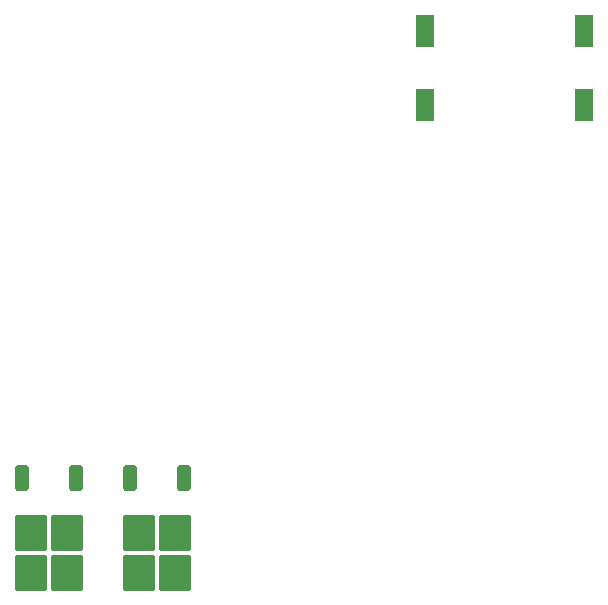
<source format=gbr>
%TF.GenerationSoftware,KiCad,Pcbnew,7.0.5*%
%TF.CreationDate,2023-08-26T23:20:03+09:00*%
%TF.ProjectId,Power_Supply,506f7765-725f-4537-9570-706c792e6b69,rev?*%
%TF.SameCoordinates,Original*%
%TF.FileFunction,Paste,Top*%
%TF.FilePolarity,Positive*%
%FSLAX46Y46*%
G04 Gerber Fmt 4.6, Leading zero omitted, Abs format (unit mm)*
G04 Created by KiCad (PCBNEW 7.0.5) date 2023-08-26 23:20:03*
%MOMM*%
%LPD*%
G01*
G04 APERTURE LIST*
G04 Aperture macros list*
%AMRoundRect*
0 Rectangle with rounded corners*
0 $1 Rounding radius*
0 $2 $3 $4 $5 $6 $7 $8 $9 X,Y pos of 4 corners*
0 Add a 4 corners polygon primitive as box body*
4,1,4,$2,$3,$4,$5,$6,$7,$8,$9,$2,$3,0*
0 Add four circle primitives for the rounded corners*
1,1,$1+$1,$2,$3*
1,1,$1+$1,$4,$5*
1,1,$1+$1,$6,$7*
1,1,$1+$1,$8,$9*
0 Add four rect primitives between the rounded corners*
20,1,$1+$1,$2,$3,$4,$5,0*
20,1,$1+$1,$4,$5,$6,$7,0*
20,1,$1+$1,$6,$7,$8,$9,0*
20,1,$1+$1,$8,$9,$2,$3,0*%
G04 Aperture macros list end*
%ADD10RoundRect,0.250000X-1.125000X1.275000X-1.125000X-1.275000X1.125000X-1.275000X1.125000X1.275000X0*%
%ADD11RoundRect,0.250000X-0.350000X0.850000X-0.350000X-0.850000X0.350000X-0.850000X0.350000X0.850000X0*%
%ADD12R,1.570000X2.820000*%
G04 APERTURE END LIST*
D10*
%TO.C,Q2*%
X65288000Y-93980000D03*
X68338000Y-97330000D03*
X68338000Y-93980000D03*
X65288000Y-97330000D03*
D11*
X64533000Y-89355000D03*
X69093000Y-89355000D03*
%TD*%
%TO.C,Q1*%
X78225000Y-89355000D03*
X73665000Y-89355000D03*
D10*
X74420000Y-97330000D03*
X77470000Y-93980000D03*
X77470000Y-97330000D03*
X74420000Y-93980000D03*
%TD*%
D12*
%TO.C,F1*%
X112140000Y-51450000D03*
X98680000Y-51450000D03*
X98680000Y-57770000D03*
X112140000Y-57770000D03*
%TD*%
M02*

</source>
